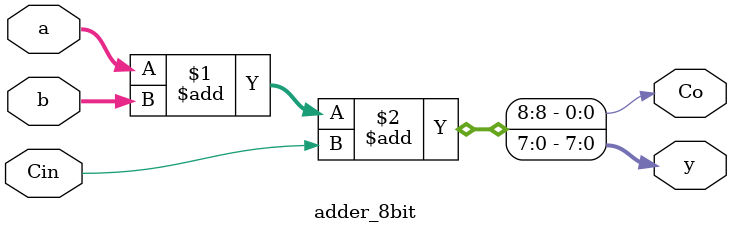
<source format=v>
module adder_16bit (
    input wire [15:0] a,       // 16-bit input operand A
    input wire [15:0] b,       // 16-bit input operand B
    input wire Cin,            // Carry-in input
    output wire [15:0] y,      // 16-bit result (sum)
    output wire Co             // Carry-out
);

    wire carry_intermediate;   // Carry-out from the lower 8 bits

    // Instantiate 8-bit adder for lower bits [7:0]
    adder_8bit lower_adder (
        .a(a[7:0]),
        .b(b[7:0]),
        .Cin(Cin),
        .y(y[7:0]),
        .Co(carry_intermediate)
    );

    // Instantiate 8-bit adder for upper bits [15:8]
    adder_8bit upper_adder (
        .a(a[15:8]),
        .b(b[15:8]),
        .Cin(carry_intermediate),
        .y(y[15:8]),
        .Co(Co)
    );

endmodule


// 8-bit adder module definition
module adder_8bit (
    input wire [7:0] a,        // 8-bit input operand A
    input wire [7:0] b,        // 8-bit input operand B
    input wire Cin,            // Carry-in input
    output wire [7:0] y,       // 8-bit result (sum)
    output wire Co             // Carry-out
);

    assign {Co, y} = a + b + Cin;  // Perform addition with carry-in

endmodule
</source>
